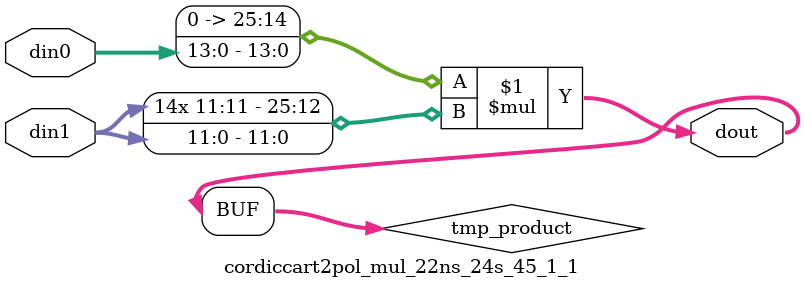
<source format=v>

`timescale 1 ns / 1 ps

 module cordiccart2pol_mul_22ns_24s_45_1_1(din0, din1, dout);
parameter ID = 1;
parameter NUM_STAGE = 0;
parameter din0_WIDTH = 14;
parameter din1_WIDTH = 12;
parameter dout_WIDTH = 26;

input [din0_WIDTH - 1 : 0] din0; 
input [din1_WIDTH - 1 : 0] din1; 
output [dout_WIDTH - 1 : 0] dout;

wire signed [dout_WIDTH - 1 : 0] tmp_product;

























assign tmp_product = $signed({1'b0, din0}) * $signed(din1);










assign dout = tmp_product;





















endmodule

</source>
